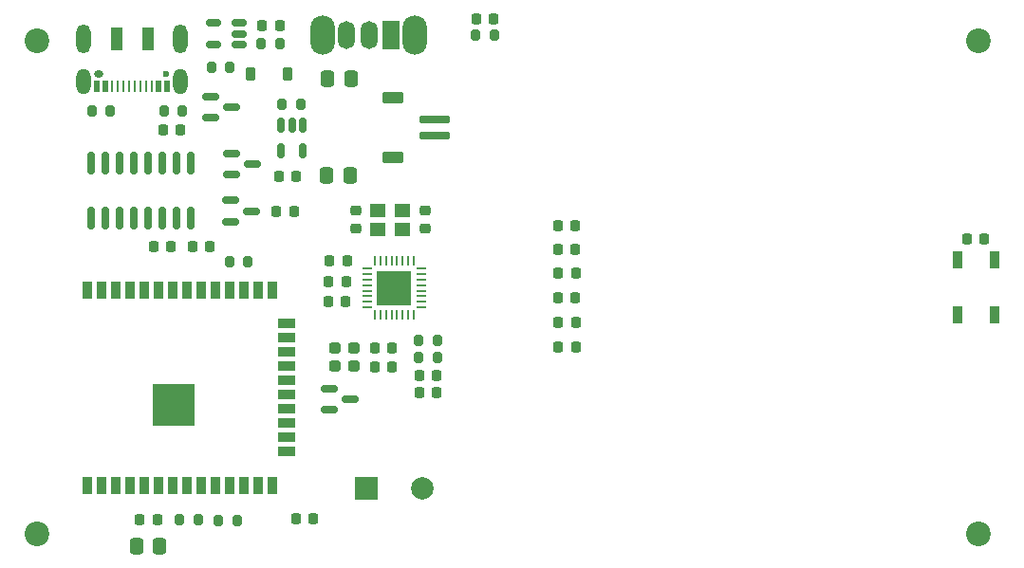
<source format=gbr>
%TF.GenerationSoftware,KiCad,Pcbnew,8.0.5*%
%TF.CreationDate,2024-11-26T11:55:41+00:00*%
%TF.ProjectId,NFC_ESP32,4e46435f-4553-4503-9332-2e6b69636164,rev?*%
%TF.SameCoordinates,Original*%
%TF.FileFunction,Soldermask,Top*%
%TF.FilePolarity,Negative*%
%FSLAX46Y46*%
G04 Gerber Fmt 4.6, Leading zero omitted, Abs format (unit mm)*
G04 Created by KiCad (PCBNEW 8.0.5) date 2024-11-26 11:55:41*
%MOMM*%
%LPD*%
G01*
G04 APERTURE LIST*
G04 Aperture macros list*
%AMRoundRect*
0 Rectangle with rounded corners*
0 $1 Rounding radius*
0 $2 $3 $4 $5 $6 $7 $8 $9 X,Y pos of 4 corners*
0 Add a 4 corners polygon primitive as box body*
4,1,4,$2,$3,$4,$5,$6,$7,$8,$9,$2,$3,0*
0 Add four circle primitives for the rounded corners*
1,1,$1+$1,$2,$3*
1,1,$1+$1,$4,$5*
1,1,$1+$1,$6,$7*
1,1,$1+$1,$8,$9*
0 Add four rect primitives between the rounded corners*
20,1,$1+$1,$2,$3,$4,$5,0*
20,1,$1+$1,$4,$5,$6,$7,0*
20,1,$1+$1,$6,$7,$8,$9,0*
20,1,$1+$1,$8,$9,$2,$3,0*%
G04 Aperture macros list end*
%ADD10RoundRect,0.150000X0.512500X0.150000X-0.512500X0.150000X-0.512500X-0.150000X0.512500X-0.150000X0*%
%ADD11RoundRect,0.225000X0.225000X0.250000X-0.225000X0.250000X-0.225000X-0.250000X0.225000X-0.250000X0*%
%ADD12RoundRect,0.225000X-0.225000X-0.250000X0.225000X-0.250000X0.225000X0.250000X-0.225000X0.250000X0*%
%ADD13RoundRect,0.200000X0.200000X0.275000X-0.200000X0.275000X-0.200000X-0.275000X0.200000X-0.275000X0*%
%ADD14C,2.200000*%
%ADD15RoundRect,0.150000X-0.587500X-0.150000X0.587500X-0.150000X0.587500X0.150000X-0.587500X0.150000X0*%
%ADD16RoundRect,0.200000X-0.200000X-0.275000X0.200000X-0.275000X0.200000X0.275000X-0.200000X0.275000X0*%
%ADD17C,0.600000*%
%ADD18R,1.000000X2.000000*%
%ADD19O,0.850000X0.600000*%
%ADD20R,0.520000X1.000000*%
%ADD21R,0.270000X1.000000*%
%ADD22O,1.300000X2.300000*%
%ADD23O,1.300000X2.600000*%
%ADD24RoundRect,0.150000X-0.150000X0.825000X-0.150000X-0.825000X0.150000X-0.825000X0.150000X0.825000X0*%
%ADD25R,0.900000X1.500000*%
%ADD26R,1.500000X0.900000*%
%ADD27R,3.800000X3.800000*%
%ADD28RoundRect,0.237500X-0.287500X-0.237500X0.287500X-0.237500X0.287500X0.237500X-0.287500X0.237500X0*%
%ADD29R,2.000000X2.000000*%
%ADD30C,2.000000*%
%ADD31RoundRect,0.175000X-1.175000X0.175000X-1.175000X-0.175000X1.175000X-0.175000X1.175000X0.175000X0*%
%ADD32RoundRect,0.250000X-0.700000X0.300000X-0.700000X-0.300000X0.700000X-0.300000X0.700000X0.300000X0*%
%ADD33RoundRect,0.225000X0.250000X-0.225000X0.250000X0.225000X-0.250000X0.225000X-0.250000X-0.225000X0*%
%ADD34O,2.200000X3.500000*%
%ADD35R,1.500000X2.500000*%
%ADD36O,1.500000X2.500000*%
%ADD37R,1.400000X1.200000*%
%ADD38RoundRect,0.062500X-0.375000X-0.062500X0.375000X-0.062500X0.375000X0.062500X-0.375000X0.062500X0*%
%ADD39RoundRect,0.062500X-0.062500X-0.375000X0.062500X-0.375000X0.062500X0.375000X-0.062500X0.375000X0*%
%ADD40R,3.100000X3.100000*%
%ADD41RoundRect,0.250000X-0.337500X-0.475000X0.337500X-0.475000X0.337500X0.475000X-0.337500X0.475000X0*%
%ADD42RoundRect,0.250000X0.337500X0.475000X-0.337500X0.475000X-0.337500X-0.475000X0.337500X-0.475000X0*%
%ADD43RoundRect,0.150000X-0.150000X0.512500X-0.150000X-0.512500X0.150000X-0.512500X0.150000X0.512500X0*%
%ADD44RoundRect,0.218750X-0.218750X-0.256250X0.218750X-0.256250X0.218750X0.256250X-0.218750X0.256250X0*%
%ADD45RoundRect,0.218750X0.218750X0.256250X-0.218750X0.256250X-0.218750X-0.256250X0.218750X-0.256250X0*%
%ADD46RoundRect,0.225000X0.225000X0.375000X-0.225000X0.375000X-0.225000X-0.375000X0.225000X-0.375000X0*%
G04 APERTURE END LIST*
D10*
%TO.C,U3*%
X121030000Y-33330000D03*
X121030000Y-32380000D03*
X121030000Y-31430000D03*
X118755000Y-31430000D03*
X118755000Y-33330000D03*
%TD*%
D11*
%TO.C,C21*%
X130535000Y-56320000D03*
X128985000Y-56320000D03*
%TD*%
%TO.C,C20*%
X130595000Y-54510000D03*
X129045000Y-54510000D03*
%TD*%
D12*
%TO.C,C11*%
X133167500Y-60440000D03*
X134717500Y-60440000D03*
%TD*%
D13*
%TO.C,R11*%
X117385000Y-75740000D03*
X115735000Y-75740000D03*
%TD*%
D14*
%TO.C,H1*%
X103000000Y-33000000D03*
%TD*%
D15*
%TO.C,Q2*%
X120302500Y-47267500D03*
X120302500Y-49167500D03*
X122177500Y-48217500D03*
%TD*%
D16*
%TO.C,R7*%
X119215000Y-75820000D03*
X120865000Y-75820000D03*
%TD*%
D17*
%TO.C,J1*%
X114500000Y-35950000D03*
D18*
X112900000Y-32850000D03*
X110100000Y-32850000D03*
D19*
X108500000Y-35950000D03*
D20*
X114600000Y-37050000D03*
X113850000Y-37050000D03*
D21*
X113250000Y-37050000D03*
X111750000Y-37050000D03*
X110750000Y-37050000D03*
X109750000Y-37050000D03*
D20*
X109150000Y-37050000D03*
X108400000Y-37050000D03*
X108400000Y-37050000D03*
X109150000Y-37050000D03*
D21*
X110250000Y-37050000D03*
X111250000Y-37050000D03*
X112250000Y-37050000D03*
X112750000Y-37050000D03*
D20*
X113850000Y-37050000D03*
X114600000Y-37050000D03*
D22*
X115820000Y-36675000D03*
D23*
X115820000Y-32850000D03*
D22*
X107180000Y-36675000D03*
D23*
X107180000Y-32850000D03*
%TD*%
D24*
%TO.C,U2*%
X116750000Y-43930000D03*
X115480000Y-43930000D03*
X114210000Y-43930000D03*
X112940000Y-43930000D03*
X111670000Y-43930000D03*
X110400000Y-43930000D03*
X109130000Y-43930000D03*
X107860000Y-43930000D03*
X107860000Y-48880000D03*
X109130000Y-48880000D03*
X110400000Y-48880000D03*
X111670000Y-48880000D03*
X112940000Y-48880000D03*
X114210000Y-48880000D03*
X115480000Y-48880000D03*
X116750000Y-48880000D03*
%TD*%
D15*
%TO.C,Q3*%
X118540000Y-38000000D03*
X118540000Y-39900000D03*
X120415000Y-38950000D03*
%TD*%
D25*
%TO.C,U1*%
X107500000Y-72750000D03*
X108770000Y-72750000D03*
X110040000Y-72750000D03*
X111310000Y-72750000D03*
X112580000Y-72750000D03*
X113850000Y-72750000D03*
X115120000Y-72750000D03*
X116390000Y-72750000D03*
X117660000Y-72750000D03*
X118930000Y-72750000D03*
X120200000Y-72750000D03*
X121470000Y-72750000D03*
X122740000Y-72750000D03*
X124010000Y-72750000D03*
D26*
X125260000Y-69710000D03*
X125260000Y-68440000D03*
X125260000Y-67170000D03*
X125260000Y-65900000D03*
X125260000Y-64630000D03*
X125260000Y-63360000D03*
X125260000Y-62090000D03*
X125260000Y-60820000D03*
X125260000Y-59550000D03*
X125260000Y-58280000D03*
D25*
X124010000Y-55250000D03*
X122740000Y-55250000D03*
X121470000Y-55250000D03*
X120200000Y-55250000D03*
X118930000Y-55250000D03*
X117660000Y-55250000D03*
X116390000Y-55250000D03*
X115120000Y-55250000D03*
X113850000Y-55250000D03*
X112580000Y-55250000D03*
X111310000Y-55250000D03*
X110040000Y-55250000D03*
X108770000Y-55250000D03*
X107500000Y-55250000D03*
D17*
X114450000Y-66400000D03*
X115930000Y-66400000D03*
D27*
X115220000Y-65500000D03*
D17*
X114450000Y-64700000D03*
X115920000Y-64700000D03*
%TD*%
D12*
%TO.C,C18*%
X149515000Y-55920000D03*
X151065000Y-55920000D03*
%TD*%
D28*
%TO.C,L1*%
X129577500Y-60460000D03*
X131327500Y-60460000D03*
%TD*%
D12*
%TO.C,C2*%
X124395000Y-48230000D03*
X125945000Y-48230000D03*
%TD*%
D29*
%TO.C,LS1*%
X132379216Y-73010000D03*
D30*
X137379216Y-73010000D03*
%TD*%
D13*
%TO.C,R3*%
X126530000Y-38645000D03*
X124880000Y-38645000D03*
%TD*%
D11*
%TO.C,C14*%
X151025000Y-49490000D03*
X149475000Y-49490000D03*
%TD*%
D16*
%TO.C,R4*%
X114345000Y-39270000D03*
X115995000Y-39270000D03*
%TD*%
D12*
%TO.C,C16*%
X149537500Y-58150000D03*
X151087500Y-58150000D03*
%TD*%
%TO.C,C26*%
X137145000Y-62880000D03*
X138695000Y-62880000D03*
%TD*%
D14*
%TO.C,H4*%
X103000000Y-77000000D03*
%TD*%
D11*
%TO.C,C25*%
X127677500Y-75690000D03*
X126127500Y-75690000D03*
%TD*%
D14*
%TO.C,H3*%
X187000000Y-77000000D03*
%TD*%
D31*
%TO.C,J2*%
X138470000Y-40000000D03*
X138470000Y-41500000D03*
D32*
X134770000Y-38050000D03*
X134770000Y-43450000D03*
%TD*%
D33*
%TO.C,C9*%
X137622500Y-49755000D03*
X137622500Y-48205000D03*
%TD*%
D11*
%TO.C,C19*%
X130695000Y-52690000D03*
X129145000Y-52690000D03*
%TD*%
D16*
%TO.C,R6*%
X120195000Y-52770000D03*
X121845000Y-52770000D03*
%TD*%
D13*
%TO.C,R5*%
X109575000Y-39300000D03*
X107925000Y-39300000D03*
%TD*%
D11*
%TO.C,C24*%
X187535000Y-50680000D03*
X185985000Y-50680000D03*
%TD*%
D13*
%TO.C,R10*%
X143825000Y-32522500D03*
X142175000Y-32522500D03*
%TD*%
D34*
%TO.C,SW1*%
X136730000Y-32470000D03*
X128530000Y-32470000D03*
D35*
X134630000Y-32470000D03*
D36*
X132630000Y-32470000D03*
X130630000Y-32470000D03*
%TD*%
D11*
%TO.C,C15*%
X151065000Y-51650000D03*
X149515000Y-51650000D03*
%TD*%
D37*
%TO.C,Y1*%
X133432500Y-49840000D03*
X135632500Y-49840000D03*
X135632500Y-48140000D03*
X133432500Y-48140000D03*
%TD*%
D28*
%TO.C,L2*%
X129573750Y-62080000D03*
X131323750Y-62080000D03*
%TD*%
D12*
%TO.C,C13*%
X149525000Y-53760000D03*
X151075000Y-53760000D03*
%TD*%
D16*
%TO.C,R9*%
X137085000Y-59775000D03*
X138735000Y-59775000D03*
%TD*%
D33*
%TO.C,C8*%
X131472500Y-49755000D03*
X131472500Y-48205000D03*
%TD*%
D38*
%TO.C,U5*%
X132462500Y-53320000D03*
X132462500Y-53820000D03*
X132462500Y-54320000D03*
X132462500Y-54820000D03*
X132462500Y-55320000D03*
X132462500Y-55820000D03*
X132462500Y-56320000D03*
X132462500Y-56820000D03*
D39*
X133150000Y-57507500D03*
X133650000Y-57507500D03*
X134150000Y-57507500D03*
X134650000Y-57507500D03*
X135150000Y-57507500D03*
X135650000Y-57507500D03*
X136150000Y-57507500D03*
X136650000Y-57507500D03*
D38*
X137337500Y-56820000D03*
X137337500Y-56320000D03*
X137337500Y-55820000D03*
X137337500Y-55320000D03*
X137337500Y-54820000D03*
X137337500Y-54320000D03*
X137337500Y-53820000D03*
X137337500Y-53320000D03*
D39*
X136650000Y-52632500D03*
X136150000Y-52632500D03*
X135650000Y-52632500D03*
X135150000Y-52632500D03*
X134650000Y-52632500D03*
X134150000Y-52632500D03*
X133650000Y-52632500D03*
X133150000Y-52632500D03*
D40*
X134900000Y-55070000D03*
%TD*%
D41*
%TO.C,C4*%
X128862500Y-45070000D03*
X130937500Y-45070000D03*
%TD*%
D11*
%TO.C,C5*%
X126165000Y-45120000D03*
X124615000Y-45120000D03*
%TD*%
D12*
%TO.C,C7*%
X114255000Y-40950000D03*
X115805000Y-40950000D03*
%TD*%
%TO.C,C10*%
X137130000Y-64450000D03*
X138680000Y-64450000D03*
%TD*%
D13*
%TO.C,R8*%
X138745000Y-61320000D03*
X137095000Y-61320000D03*
%TD*%
D42*
%TO.C,C22*%
X113957500Y-78150000D03*
X111882500Y-78150000D03*
%TD*%
D16*
%TO.C,R2*%
X118565000Y-35380000D03*
X120215000Y-35380000D03*
%TD*%
D11*
%TO.C,C1*%
X114965000Y-51400000D03*
X113415000Y-51400000D03*
%TD*%
D15*
%TO.C,Q1*%
X120402500Y-43067500D03*
X120402500Y-44967500D03*
X122277500Y-44017500D03*
%TD*%
%TO.C,Q5*%
X129115000Y-64050000D03*
X129115000Y-65950000D03*
X130990000Y-65000000D03*
%TD*%
D43*
%TO.C,U4*%
X126710000Y-40560000D03*
X125760000Y-40560000D03*
X124810000Y-40560000D03*
X124810000Y-42835000D03*
X126710000Y-42835000D03*
%TD*%
D11*
%TO.C,C12*%
X134703750Y-62110000D03*
X133153750Y-62110000D03*
%TD*%
D44*
%TO.C,D1*%
X123132500Y-31620000D03*
X124707500Y-31620000D03*
%TD*%
D45*
%TO.C,D3*%
X143760000Y-31022500D03*
X142185000Y-31022500D03*
%TD*%
D25*
%TO.C,D4*%
X188450000Y-52550000D03*
X185150000Y-52550000D03*
X185150000Y-57450000D03*
X188450000Y-57450000D03*
%TD*%
D14*
%TO.C,H2*%
X187000000Y-33000000D03*
%TD*%
D46*
%TO.C,D2*%
X125337500Y-35990000D03*
X122037500Y-35990000D03*
%TD*%
D12*
%TO.C,C17*%
X149545000Y-60390000D03*
X151095000Y-60390000D03*
%TD*%
D13*
%TO.C,R1*%
X124695000Y-33280000D03*
X123045000Y-33280000D03*
%TD*%
D12*
%TO.C,C6*%
X116925000Y-51410000D03*
X118475000Y-51410000D03*
%TD*%
D41*
%TO.C,C3*%
X128962500Y-36360000D03*
X131037500Y-36360000D03*
%TD*%
D11*
%TO.C,C23*%
X113742500Y-75730000D03*
X112192500Y-75730000D03*
%TD*%
M02*

</source>
